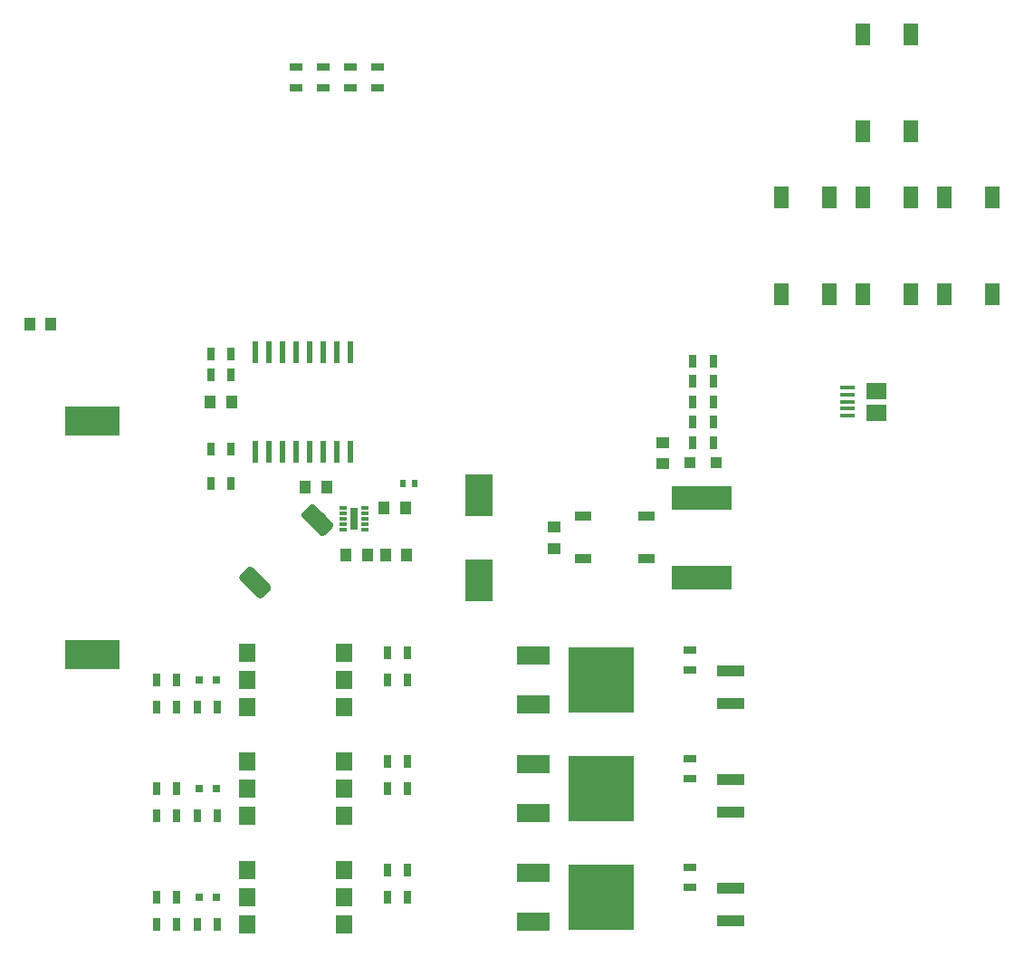
<source format=gtp>
G04 #@! TF.GenerationSoftware,KiCad,Pcbnew,5.0.0-rc2-dev-unknown-c867de5~63~ubuntu17.10.1*
G04 #@! TF.CreationDate,2018-04-05T16:10:29+05:30*
G04 #@! TF.ProjectId,wyostat,77796F737461742E6B696361645F7063,rev?*
G04 #@! TF.SameCoordinates,Original*
G04 #@! TF.FileFunction,Paste,Top*
G04 #@! TF.FilePolarity,Positive*
%FSLAX46Y46*%
G04 Gerber Fmt 4.6, Leading zero omitted, Abs format (unit mm)*
G04 Created by KiCad (PCBNEW 5.0.0-rc2-dev-unknown-c867de5~63~ubuntu17.10.1) date Thu Apr  5 16:10:29 2018*
%MOMM*%
%LPD*%
G01*
G04 APERTURE LIST*
%ADD10R,1.400000X2.100000*%
%ADD11R,0.700000X1.300000*%
%ADD12R,1.000000X1.000000*%
%ADD13R,1.520000X1.780000*%
%ADD14R,5.080000X2.794000*%
%ADD15R,2.500000X1.000000*%
%ADD16R,3.048000X1.651000*%
%ADD17R,6.096000X6.096000*%
%ADD18R,1.550000X0.850000*%
%ADD19R,0.599440X1.998980*%
%ADD20R,0.800000X2.080000*%
%ADD21R,0.700000X0.300000*%
%ADD22R,1.000000X1.250000*%
%ADD23R,1.250000X1.000000*%
%ADD24R,1.300000X0.700000*%
%ADD25R,1.900000X1.500000*%
%ADD26R,1.350000X0.400000*%
%ADD27R,0.800000X0.800000*%
%ADD28R,5.600000X2.300000*%
%ADD29C,0.508000*%
%ADD30C,1.650000*%
%ADD31R,0.600000X0.700000*%
%ADD32R,2.500000X4.000000*%
G04 APERTURE END LIST*
D10*
X122210000Y-58525000D03*
X126710000Y-58525000D03*
X126710000Y-49425000D03*
X122210000Y-49425000D03*
X114590000Y-58525000D03*
X119090000Y-58525000D03*
X119090000Y-49425000D03*
X114590000Y-49425000D03*
X111470000Y-49425000D03*
X106970000Y-49425000D03*
X106970000Y-58525000D03*
X111470000Y-58525000D03*
X114590000Y-43285000D03*
X119090000Y-43285000D03*
X119090000Y-34185000D03*
X114590000Y-34185000D03*
D11*
X50480000Y-94615000D03*
X48580000Y-94615000D03*
X48580000Y-97155000D03*
X50480000Y-97155000D03*
X48580000Y-107315000D03*
X50480000Y-107315000D03*
X48580000Y-117475000D03*
X50480000Y-117475000D03*
D12*
X100945000Y-74295000D03*
X98445000Y-74295000D03*
D13*
X57090000Y-92075000D03*
X57090000Y-94615000D03*
X57090000Y-97155000D03*
X66100000Y-97155000D03*
X66100000Y-94615000D03*
X66100000Y-92075000D03*
D11*
X70170000Y-104775000D03*
X72070000Y-104775000D03*
D14*
X42545000Y-92202000D03*
X42545000Y-70358000D03*
D15*
X102235000Y-93750000D03*
X102235000Y-96750000D03*
X102235000Y-103910000D03*
X102235000Y-106910000D03*
X102235000Y-114070000D03*
X102235000Y-117070000D03*
D16*
X83820000Y-92329000D03*
D17*
X90170000Y-94615000D03*
D16*
X83820000Y-96901000D03*
X83820000Y-102489000D03*
D17*
X90170000Y-104775000D03*
D16*
X83820000Y-107061000D03*
X83820000Y-112649000D03*
D17*
X90170000Y-114935000D03*
D16*
X83820000Y-117221000D03*
D18*
X94390000Y-79280000D03*
X94390000Y-83280000D03*
X88490000Y-83280000D03*
X88490000Y-79280000D03*
D19*
X57785000Y-63929260D03*
X59055000Y-63929260D03*
X60325000Y-63929260D03*
X61595000Y-63929260D03*
X62865000Y-63929260D03*
X64135000Y-63929260D03*
X65405000Y-63929260D03*
X66675000Y-63929260D03*
X66675000Y-73230740D03*
X65405000Y-73230740D03*
X64135000Y-73230740D03*
X62865000Y-73230740D03*
X61595000Y-73230740D03*
X60325000Y-73230740D03*
X59055000Y-73230740D03*
X57785000Y-73230740D03*
D20*
X67056000Y-79502000D03*
D21*
X66066000Y-80502000D03*
X66066000Y-80002000D03*
X66066000Y-79502000D03*
X66066000Y-79002000D03*
X66066000Y-78502000D03*
X68046000Y-78502000D03*
X68046000Y-79002000D03*
X68046000Y-79502000D03*
X68046000Y-80002000D03*
X68046000Y-80502000D03*
D22*
X53610000Y-68580000D03*
X55610000Y-68580000D03*
D23*
X85725000Y-80280000D03*
X85725000Y-82280000D03*
D22*
X71993000Y-82931000D03*
X69993000Y-82931000D03*
X69866000Y-78486000D03*
X71866000Y-78486000D03*
X64500000Y-76581000D03*
X62500000Y-76581000D03*
X66310000Y-82931000D03*
X68310000Y-82931000D03*
X38719000Y-61341000D03*
X36719000Y-61341000D03*
D23*
X95885000Y-72380600D03*
X95885000Y-74380600D03*
D11*
X70170000Y-92075000D03*
X72070000Y-92075000D03*
X54290000Y-97155000D03*
X52390000Y-97155000D03*
X70170000Y-94615000D03*
X72070000Y-94615000D03*
D24*
X98425000Y-93660000D03*
X98425000Y-91760000D03*
D11*
X70170000Y-102235000D03*
X72070000Y-102235000D03*
X50480000Y-104775000D03*
X48580000Y-104775000D03*
X54290000Y-107315000D03*
X52390000Y-107315000D03*
D24*
X98425000Y-103820000D03*
X98425000Y-101920000D03*
D11*
X70170000Y-112395000D03*
X72070000Y-112395000D03*
X50480000Y-114935000D03*
X48580000Y-114935000D03*
X54290000Y-117475000D03*
X52390000Y-117475000D03*
X70170000Y-114935000D03*
X72070000Y-114935000D03*
D24*
X98425000Y-113980000D03*
X98425000Y-112080000D03*
X66675000Y-39177000D03*
X66675000Y-37277000D03*
X69215000Y-39177000D03*
X69215000Y-37277000D03*
X64135000Y-39177000D03*
X64135000Y-37277000D03*
X61595000Y-39177000D03*
X61595000Y-37277000D03*
D11*
X98745000Y-72390000D03*
X100645000Y-72390000D03*
X100645000Y-64770000D03*
X98745000Y-64770000D03*
X100645000Y-70485000D03*
X98745000Y-70485000D03*
X100645000Y-68580000D03*
X98745000Y-68580000D03*
X100645000Y-66675000D03*
X98745000Y-66675000D03*
X55560000Y-76200000D03*
X53660000Y-76200000D03*
X55560000Y-73025000D03*
X53660000Y-73025000D03*
X55560000Y-64135000D03*
X53660000Y-64135000D03*
X55560000Y-66040000D03*
X53660000Y-66040000D03*
D25*
X115920000Y-69580000D03*
D26*
X113220000Y-68580000D03*
X113220000Y-67930000D03*
X113220000Y-67280000D03*
X113220000Y-69880000D03*
X113220000Y-69230000D03*
D25*
X115920000Y-67580000D03*
D13*
X57090000Y-102235000D03*
X57090000Y-104775000D03*
X57090000Y-107315000D03*
X66100000Y-107315000D03*
X66100000Y-104775000D03*
X66100000Y-102235000D03*
X57090000Y-112395000D03*
X57090000Y-114935000D03*
X57090000Y-117475000D03*
X66100000Y-117475000D03*
X66100000Y-114935000D03*
X66100000Y-112395000D03*
D27*
X52540000Y-94615000D03*
X54140000Y-94615000D03*
X52540000Y-104775000D03*
X54140000Y-104775000D03*
X52540000Y-114935000D03*
X54140000Y-114935000D03*
D28*
X99568000Y-77580000D03*
X99568000Y-84980000D03*
D29*
G36*
X57352320Y-83995641D02*
X57392363Y-84001581D01*
X57431630Y-84011417D01*
X57469745Y-84025055D01*
X57506339Y-84042362D01*
X57541061Y-84063174D01*
X57573575Y-84087288D01*
X57603570Y-84114473D01*
X59141527Y-85652430D01*
X59168712Y-85682425D01*
X59192826Y-85714939D01*
X59213638Y-85749661D01*
X59230945Y-85786255D01*
X59244583Y-85824370D01*
X59254419Y-85863637D01*
X59260359Y-85903680D01*
X59262345Y-85944112D01*
X59260359Y-85984544D01*
X59254419Y-86024587D01*
X59244583Y-86063854D01*
X59230945Y-86101969D01*
X59213638Y-86138563D01*
X59192826Y-86173285D01*
X59168712Y-86205799D01*
X59141527Y-86235794D01*
X58558164Y-86819157D01*
X58528169Y-86846342D01*
X58495655Y-86870456D01*
X58460933Y-86891268D01*
X58424339Y-86908575D01*
X58386224Y-86922213D01*
X58346957Y-86932049D01*
X58306914Y-86937989D01*
X58266482Y-86939975D01*
X58226050Y-86937989D01*
X58186007Y-86932049D01*
X58146740Y-86922213D01*
X58108625Y-86908575D01*
X58072031Y-86891268D01*
X58037309Y-86870456D01*
X58004795Y-86846342D01*
X57974800Y-86819157D01*
X56436843Y-85281200D01*
X56409658Y-85251205D01*
X56385544Y-85218691D01*
X56364732Y-85183969D01*
X56347425Y-85147375D01*
X56333787Y-85109260D01*
X56323951Y-85069993D01*
X56318011Y-85029950D01*
X56316025Y-84989518D01*
X56318011Y-84949086D01*
X56323951Y-84909043D01*
X56333787Y-84869776D01*
X56347425Y-84831661D01*
X56364732Y-84795067D01*
X56385544Y-84760345D01*
X56409658Y-84727831D01*
X56436843Y-84697836D01*
X57020206Y-84114473D01*
X57050201Y-84087288D01*
X57082715Y-84063174D01*
X57117437Y-84042362D01*
X57154031Y-84025055D01*
X57192146Y-84011417D01*
X57231413Y-84001581D01*
X57271456Y-83995641D01*
X57311888Y-83993655D01*
X57352320Y-83995641D01*
X57352320Y-83995641D01*
G37*
D30*
X57789185Y-85466815D03*
D29*
G36*
X63185950Y-78162011D02*
X63225993Y-78167951D01*
X63265260Y-78177787D01*
X63303375Y-78191425D01*
X63339969Y-78208732D01*
X63374691Y-78229544D01*
X63407205Y-78253658D01*
X63437200Y-78280843D01*
X64975157Y-79818800D01*
X65002342Y-79848795D01*
X65026456Y-79881309D01*
X65047268Y-79916031D01*
X65064575Y-79952625D01*
X65078213Y-79990740D01*
X65088049Y-80030007D01*
X65093989Y-80070050D01*
X65095975Y-80110482D01*
X65093989Y-80150914D01*
X65088049Y-80190957D01*
X65078213Y-80230224D01*
X65064575Y-80268339D01*
X65047268Y-80304933D01*
X65026456Y-80339655D01*
X65002342Y-80372169D01*
X64975157Y-80402164D01*
X64391794Y-80985527D01*
X64361799Y-81012712D01*
X64329285Y-81036826D01*
X64294563Y-81057638D01*
X64257969Y-81074945D01*
X64219854Y-81088583D01*
X64180587Y-81098419D01*
X64140544Y-81104359D01*
X64100112Y-81106345D01*
X64059680Y-81104359D01*
X64019637Y-81098419D01*
X63980370Y-81088583D01*
X63942255Y-81074945D01*
X63905661Y-81057638D01*
X63870939Y-81036826D01*
X63838425Y-81012712D01*
X63808430Y-80985527D01*
X62270473Y-79447570D01*
X62243288Y-79417575D01*
X62219174Y-79385061D01*
X62198362Y-79350339D01*
X62181055Y-79313745D01*
X62167417Y-79275630D01*
X62157581Y-79236363D01*
X62151641Y-79196320D01*
X62149655Y-79155888D01*
X62151641Y-79115456D01*
X62157581Y-79075413D01*
X62167417Y-79036146D01*
X62181055Y-78998031D01*
X62198362Y-78961437D01*
X62219174Y-78926715D01*
X62243288Y-78894201D01*
X62270473Y-78864206D01*
X62853836Y-78280843D01*
X62883831Y-78253658D01*
X62916345Y-78229544D01*
X62951067Y-78208732D01*
X62987661Y-78191425D01*
X63025776Y-78177787D01*
X63065043Y-78167951D01*
X63105086Y-78162011D01*
X63145518Y-78160025D01*
X63185950Y-78162011D01*
X63185950Y-78162011D01*
G37*
D30*
X63622815Y-79633185D03*
D31*
X72686000Y-76200000D03*
X71586000Y-76200000D03*
D32*
X78740000Y-85280000D03*
X78740000Y-77280000D03*
M02*

</source>
